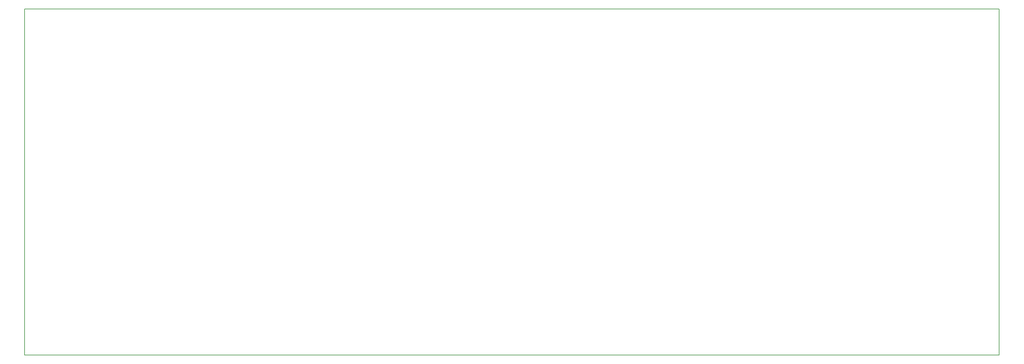
<source format=gko>
G04 #@! TF.FileFunction,Profile,NP*
%FSLAX46Y46*%
G04 Gerber Fmt 4.6, Leading zero omitted, Abs format (unit mm)*
G04 Created by KiCad (PCBNEW (2015-10-16 BZR 6271)-product) date Sunday, March 05, 2017 'AMt' 10:42:39 AM*
%MOMM*%
G01*
G04 APERTURE LIST*
%ADD10C,0.100000*%
%ADD11C,0.150000*%
G04 APERTURE END LIST*
D10*
D11*
X-10800000Y-90225000D02*
X-10800000Y7700000D01*
X264475000Y-90225000D02*
X-10800000Y-90225000D01*
X264475000Y7700000D02*
X264475000Y-90225000D01*
X-10800000Y7700000D02*
X264475000Y7700000D01*
M02*

</source>
